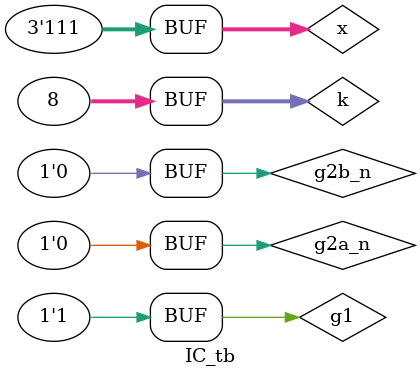
<source format=v>
`timescale 1ns / 1ps


module IC_tb(

    );
    
    reg [2:0]x;
    reg g1,g2a_n,g2b_n;
    wire [7:0]y;
    integer k;
    
    IC_74138 DUT(.g1(g1),.g2a_n(g2a_n),.g2b_n(g2b_n),.SW(x),.LED(y));
    initial
    begin
        x = 0; g1 = 0; g2a_n = 1; g2b_n = 1;
            for (k = 0; k < 8; k = k + 1)
                #5 x = k;
            #10;
            
        x = 0; g1 = 1; g2a_n = 0; g2b_n = 1;
            for (k = 0; k < 8; k = k + 1)
                #5 x = k;
            #10;
            
        x = 0; g1 = 0; g2a_n = 1; g2b_n = 0;
            for (k = 0; k < 8; k = k + 1)
                #5 x = k;
            #10;
            
        x = 0; g1 = 1; g2a_n = 0; g2b_n = 0;
            for (k = 0; k < 8; k = k + 1)
                #5 x = k;
            #10;
    end
endmodule

</source>
